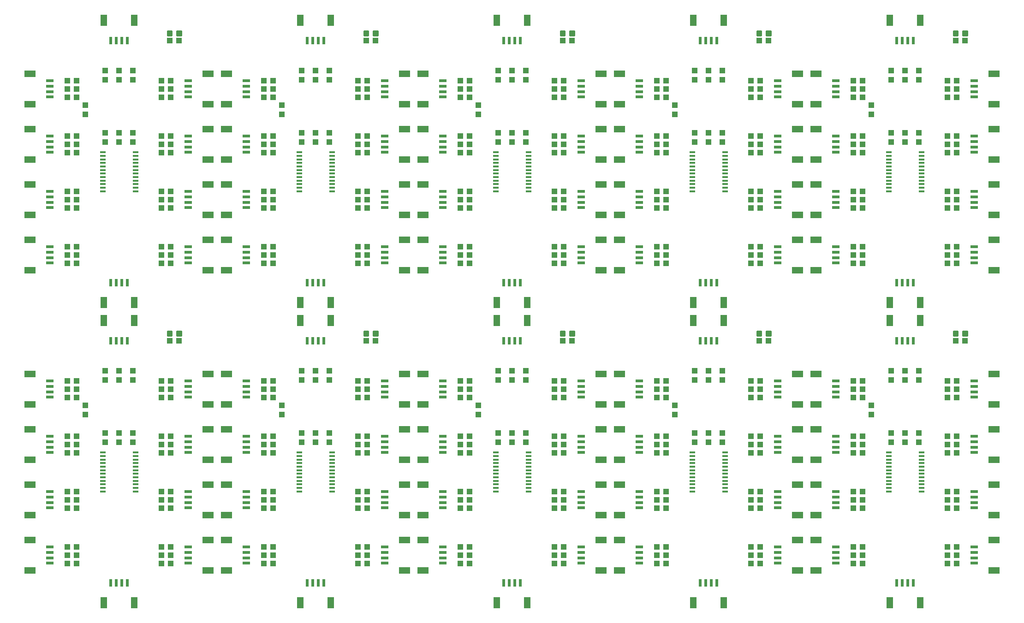
<source format=gtp>
G04 EAGLE Gerber RS-274X export*
G75*
%MOMM*%
%FSLAX34Y34*%
%LPD*%
%INSolderpaste Top*%
%IPPOS*%
%AMOC8*
5,1,8,0,0,1.08239X$1,22.5*%
G01*
%ADD10R,1.000000X1.100000*%
%ADD11R,2.000000X1.200000*%
%ADD12R,1.350000X0.600000*%
%ADD13R,1.000000X0.300000*%
%ADD14R,1.100000X1.000000*%
%ADD15R,1.200000X2.000000*%
%ADD16R,0.600000X1.350000*%
%ADD17C,0.300000*%


D10*
X177801Y325992D03*
X177801Y308992D03*
X203201Y325992D03*
X203201Y308992D03*
D11*
X14051Y434392D03*
X14051Y378392D03*
D12*
X50801Y421392D03*
X50801Y411392D03*
X50801Y401392D03*
X50801Y391392D03*
D11*
X14051Y332792D03*
X14051Y276792D03*
D12*
X50801Y319792D03*
X50801Y309792D03*
X50801Y299792D03*
X50801Y289792D03*
D11*
X14051Y231192D03*
X14051Y175192D03*
D12*
X50801Y218192D03*
X50801Y208192D03*
X50801Y198192D03*
X50801Y188192D03*
D11*
X14051Y129592D03*
X14051Y73592D03*
D12*
X50801Y116592D03*
X50801Y106592D03*
X50801Y96592D03*
X50801Y86592D03*
D13*
X147801Y289692D03*
X147801Y283242D03*
X147801Y276742D03*
X147801Y270242D03*
X147801Y263742D03*
X147801Y257242D03*
X147801Y250742D03*
X147801Y244242D03*
X147801Y237742D03*
X147801Y231242D03*
X147801Y224742D03*
X147801Y218242D03*
X207801Y218242D03*
X207801Y224742D03*
X207801Y231242D03*
X207801Y237742D03*
X207801Y244242D03*
X207801Y250742D03*
X207801Y257242D03*
X207801Y263742D03*
X207801Y270242D03*
X207801Y276742D03*
X207801Y283242D03*
X207801Y289742D03*
D14*
X99941Y421632D03*
X82941Y421632D03*
X99941Y406392D03*
X82941Y406392D03*
X99941Y320032D03*
X82941Y320032D03*
X99941Y304792D03*
X82941Y304792D03*
X99941Y218432D03*
X82941Y218432D03*
X99941Y203192D03*
X82941Y203192D03*
X99941Y116832D03*
X82941Y116832D03*
X99941Y101592D03*
X82941Y101592D03*
D11*
X341542Y73599D03*
X341542Y129599D03*
D12*
X304792Y86599D03*
X304792Y96599D03*
X304792Y106599D03*
X304792Y116599D03*
D11*
X341542Y175199D03*
X341542Y231199D03*
D12*
X304792Y188199D03*
X304792Y198199D03*
X304792Y208199D03*
X304792Y218199D03*
D11*
X341542Y276799D03*
X341542Y332799D03*
D12*
X304792Y289799D03*
X304792Y299799D03*
X304792Y309799D03*
X304792Y319799D03*
D11*
X341542Y378399D03*
X341542Y434399D03*
D12*
X304792Y391399D03*
X304792Y401399D03*
X304792Y411399D03*
X304792Y421399D03*
D14*
X255659Y101608D03*
X272659Y101608D03*
X255659Y116848D03*
X272659Y116848D03*
X255659Y203208D03*
X272659Y203208D03*
X255659Y218448D03*
X272659Y218448D03*
X255659Y304808D03*
X272659Y304808D03*
X255659Y320048D03*
X272659Y320048D03*
X255659Y406408D03*
X272659Y406408D03*
X255659Y421648D03*
X272659Y421648D03*
D10*
X152401Y440292D03*
X152401Y423292D03*
X177801Y440292D03*
X177801Y423292D03*
X203201Y440292D03*
X203201Y423292D03*
X152401Y308992D03*
X152401Y325992D03*
D14*
X99941Y391152D03*
X82941Y391152D03*
X99941Y289552D03*
X82941Y289552D03*
X99941Y187952D03*
X82941Y187952D03*
X99941Y86352D03*
X82941Y86352D03*
D10*
X115571Y376792D03*
X115571Y359792D03*
D15*
X205800Y532050D03*
X149800Y532050D03*
D16*
X192800Y495300D03*
X182800Y495300D03*
X172800Y495300D03*
X162800Y495300D03*
D14*
X255660Y86360D03*
X272660Y86360D03*
X255660Y187960D03*
X272660Y187960D03*
X255660Y289560D03*
X272660Y289560D03*
X255660Y391160D03*
X272660Y391160D03*
D17*
X284670Y504500D02*
X284670Y511500D01*
X291670Y511500D01*
X291670Y504500D01*
X284670Y504500D01*
X284670Y507350D02*
X291670Y507350D01*
X291670Y510200D02*
X284670Y510200D01*
X267130Y511500D02*
X267130Y504500D01*
X267130Y511500D02*
X274130Y511500D01*
X274130Y504500D01*
X267130Y504500D01*
X267130Y507350D02*
X274130Y507350D01*
X274130Y510200D02*
X267130Y510200D01*
D14*
X270900Y495300D03*
X287900Y495300D03*
D15*
X149800Y14050D03*
X205800Y14050D03*
D16*
X162800Y50800D03*
X172800Y50800D03*
X182800Y50800D03*
X192800Y50800D03*
D10*
X538481Y325992D03*
X538481Y308992D03*
X563881Y325992D03*
X563881Y308992D03*
D11*
X374731Y434392D03*
X374731Y378392D03*
D12*
X411481Y421392D03*
X411481Y411392D03*
X411481Y401392D03*
X411481Y391392D03*
D11*
X374731Y332792D03*
X374731Y276792D03*
D12*
X411481Y319792D03*
X411481Y309792D03*
X411481Y299792D03*
X411481Y289792D03*
D11*
X374731Y231192D03*
X374731Y175192D03*
D12*
X411481Y218192D03*
X411481Y208192D03*
X411481Y198192D03*
X411481Y188192D03*
D11*
X374731Y129592D03*
X374731Y73592D03*
D12*
X411481Y116592D03*
X411481Y106592D03*
X411481Y96592D03*
X411481Y86592D03*
D13*
X508481Y289692D03*
X508481Y283242D03*
X508481Y276742D03*
X508481Y270242D03*
X508481Y263742D03*
X508481Y257242D03*
X508481Y250742D03*
X508481Y244242D03*
X508481Y237742D03*
X508481Y231242D03*
X508481Y224742D03*
X508481Y218242D03*
X568481Y218242D03*
X568481Y224742D03*
X568481Y231242D03*
X568481Y237742D03*
X568481Y244242D03*
X568481Y250742D03*
X568481Y257242D03*
X568481Y263742D03*
X568481Y270242D03*
X568481Y276742D03*
X568481Y283242D03*
X568481Y289742D03*
D14*
X460621Y421632D03*
X443621Y421632D03*
X460621Y406392D03*
X443621Y406392D03*
X460621Y320032D03*
X443621Y320032D03*
X460621Y304792D03*
X443621Y304792D03*
X460621Y218432D03*
X443621Y218432D03*
X460621Y203192D03*
X443621Y203192D03*
X460621Y116832D03*
X443621Y116832D03*
X460621Y101592D03*
X443621Y101592D03*
D11*
X702222Y73599D03*
X702222Y129599D03*
D12*
X665472Y86599D03*
X665472Y96599D03*
X665472Y106599D03*
X665472Y116599D03*
D11*
X702222Y175199D03*
X702222Y231199D03*
D12*
X665472Y188199D03*
X665472Y198199D03*
X665472Y208199D03*
X665472Y218199D03*
D11*
X702222Y276799D03*
X702222Y332799D03*
D12*
X665472Y289799D03*
X665472Y299799D03*
X665472Y309799D03*
X665472Y319799D03*
D11*
X702222Y378399D03*
X702222Y434399D03*
D12*
X665472Y391399D03*
X665472Y401399D03*
X665472Y411399D03*
X665472Y421399D03*
D14*
X616339Y101608D03*
X633339Y101608D03*
X616339Y116848D03*
X633339Y116848D03*
X616339Y203208D03*
X633339Y203208D03*
X616339Y218448D03*
X633339Y218448D03*
X616339Y304808D03*
X633339Y304808D03*
X616339Y320048D03*
X633339Y320048D03*
X616339Y406408D03*
X633339Y406408D03*
X616339Y421648D03*
X633339Y421648D03*
D10*
X513081Y440292D03*
X513081Y423292D03*
X538481Y440292D03*
X538481Y423292D03*
X563881Y440292D03*
X563881Y423292D03*
X513081Y308992D03*
X513081Y325992D03*
D14*
X460621Y391152D03*
X443621Y391152D03*
X460621Y289552D03*
X443621Y289552D03*
X460621Y187952D03*
X443621Y187952D03*
X460621Y86352D03*
X443621Y86352D03*
D10*
X476251Y376792D03*
X476251Y359792D03*
D15*
X566480Y532050D03*
X510480Y532050D03*
D16*
X553480Y495300D03*
X543480Y495300D03*
X533480Y495300D03*
X523480Y495300D03*
D14*
X616340Y86360D03*
X633340Y86360D03*
X616340Y187960D03*
X633340Y187960D03*
X616340Y289560D03*
X633340Y289560D03*
X616340Y391160D03*
X633340Y391160D03*
D17*
X645350Y504500D02*
X645350Y511500D01*
X652350Y511500D01*
X652350Y504500D01*
X645350Y504500D01*
X645350Y507350D02*
X652350Y507350D01*
X652350Y510200D02*
X645350Y510200D01*
X627810Y511500D02*
X627810Y504500D01*
X627810Y511500D02*
X634810Y511500D01*
X634810Y504500D01*
X627810Y504500D01*
X627810Y507350D02*
X634810Y507350D01*
X634810Y510200D02*
X627810Y510200D01*
D14*
X631580Y495300D03*
X648580Y495300D03*
D15*
X510480Y14050D03*
X566480Y14050D03*
D16*
X523480Y50800D03*
X533480Y50800D03*
X543480Y50800D03*
X553480Y50800D03*
D10*
X899161Y325992D03*
X899161Y308992D03*
X924561Y325992D03*
X924561Y308992D03*
D11*
X735411Y434392D03*
X735411Y378392D03*
D12*
X772161Y421392D03*
X772161Y411392D03*
X772161Y401392D03*
X772161Y391392D03*
D11*
X735411Y332792D03*
X735411Y276792D03*
D12*
X772161Y319792D03*
X772161Y309792D03*
X772161Y299792D03*
X772161Y289792D03*
D11*
X735411Y231192D03*
X735411Y175192D03*
D12*
X772161Y218192D03*
X772161Y208192D03*
X772161Y198192D03*
X772161Y188192D03*
D11*
X735411Y129592D03*
X735411Y73592D03*
D12*
X772161Y116592D03*
X772161Y106592D03*
X772161Y96592D03*
X772161Y86592D03*
D13*
X869161Y289692D03*
X869161Y283242D03*
X869161Y276742D03*
X869161Y270242D03*
X869161Y263742D03*
X869161Y257242D03*
X869161Y250742D03*
X869161Y244242D03*
X869161Y237742D03*
X869161Y231242D03*
X869161Y224742D03*
X869161Y218242D03*
X929161Y218242D03*
X929161Y224742D03*
X929161Y231242D03*
X929161Y237742D03*
X929161Y244242D03*
X929161Y250742D03*
X929161Y257242D03*
X929161Y263742D03*
X929161Y270242D03*
X929161Y276742D03*
X929161Y283242D03*
X929161Y289742D03*
D14*
X821301Y421632D03*
X804301Y421632D03*
X821301Y406392D03*
X804301Y406392D03*
X821301Y320032D03*
X804301Y320032D03*
X821301Y304792D03*
X804301Y304792D03*
X821301Y218432D03*
X804301Y218432D03*
X821301Y203192D03*
X804301Y203192D03*
X821301Y116832D03*
X804301Y116832D03*
X821301Y101592D03*
X804301Y101592D03*
D11*
X1062902Y73599D03*
X1062902Y129599D03*
D12*
X1026152Y86599D03*
X1026152Y96599D03*
X1026152Y106599D03*
X1026152Y116599D03*
D11*
X1062902Y175199D03*
X1062902Y231199D03*
D12*
X1026152Y188199D03*
X1026152Y198199D03*
X1026152Y208199D03*
X1026152Y218199D03*
D11*
X1062902Y276799D03*
X1062902Y332799D03*
D12*
X1026152Y289799D03*
X1026152Y299799D03*
X1026152Y309799D03*
X1026152Y319799D03*
D11*
X1062902Y378399D03*
X1062902Y434399D03*
D12*
X1026152Y391399D03*
X1026152Y401399D03*
X1026152Y411399D03*
X1026152Y421399D03*
D14*
X977019Y101608D03*
X994019Y101608D03*
X977019Y116848D03*
X994019Y116848D03*
X977019Y203208D03*
X994019Y203208D03*
X977019Y218448D03*
X994019Y218448D03*
X977019Y304808D03*
X994019Y304808D03*
X977019Y320048D03*
X994019Y320048D03*
X977019Y406408D03*
X994019Y406408D03*
X977019Y421648D03*
X994019Y421648D03*
D10*
X873761Y440292D03*
X873761Y423292D03*
X899161Y440292D03*
X899161Y423292D03*
X924561Y440292D03*
X924561Y423292D03*
X873761Y308992D03*
X873761Y325992D03*
D14*
X821301Y391152D03*
X804301Y391152D03*
X821301Y289552D03*
X804301Y289552D03*
X821301Y187952D03*
X804301Y187952D03*
X821301Y86352D03*
X804301Y86352D03*
D10*
X836931Y376792D03*
X836931Y359792D03*
D15*
X927160Y532050D03*
X871160Y532050D03*
D16*
X914160Y495300D03*
X904160Y495300D03*
X894160Y495300D03*
X884160Y495300D03*
D14*
X977020Y86360D03*
X994020Y86360D03*
X977020Y187960D03*
X994020Y187960D03*
X977020Y289560D03*
X994020Y289560D03*
X977020Y391160D03*
X994020Y391160D03*
D17*
X1006030Y504500D02*
X1006030Y511500D01*
X1013030Y511500D01*
X1013030Y504500D01*
X1006030Y504500D01*
X1006030Y507350D02*
X1013030Y507350D01*
X1013030Y510200D02*
X1006030Y510200D01*
X988490Y511500D02*
X988490Y504500D01*
X988490Y511500D02*
X995490Y511500D01*
X995490Y504500D01*
X988490Y504500D01*
X988490Y507350D02*
X995490Y507350D01*
X995490Y510200D02*
X988490Y510200D01*
D14*
X992260Y495300D03*
X1009260Y495300D03*
D15*
X871160Y14050D03*
X927160Y14050D03*
D16*
X884160Y50800D03*
X894160Y50800D03*
X904160Y50800D03*
X914160Y50800D03*
D10*
X1259841Y325992D03*
X1259841Y308992D03*
X1285241Y325992D03*
X1285241Y308992D03*
D11*
X1096091Y434392D03*
X1096091Y378392D03*
D12*
X1132841Y421392D03*
X1132841Y411392D03*
X1132841Y401392D03*
X1132841Y391392D03*
D11*
X1096091Y332792D03*
X1096091Y276792D03*
D12*
X1132841Y319792D03*
X1132841Y309792D03*
X1132841Y299792D03*
X1132841Y289792D03*
D11*
X1096091Y231192D03*
X1096091Y175192D03*
D12*
X1132841Y218192D03*
X1132841Y208192D03*
X1132841Y198192D03*
X1132841Y188192D03*
D11*
X1096091Y129592D03*
X1096091Y73592D03*
D12*
X1132841Y116592D03*
X1132841Y106592D03*
X1132841Y96592D03*
X1132841Y86592D03*
D13*
X1229841Y289692D03*
X1229841Y283242D03*
X1229841Y276742D03*
X1229841Y270242D03*
X1229841Y263742D03*
X1229841Y257242D03*
X1229841Y250742D03*
X1229841Y244242D03*
X1229841Y237742D03*
X1229841Y231242D03*
X1229841Y224742D03*
X1229841Y218242D03*
X1289841Y218242D03*
X1289841Y224742D03*
X1289841Y231242D03*
X1289841Y237742D03*
X1289841Y244242D03*
X1289841Y250742D03*
X1289841Y257242D03*
X1289841Y263742D03*
X1289841Y270242D03*
X1289841Y276742D03*
X1289841Y283242D03*
X1289841Y289742D03*
D14*
X1181981Y421632D03*
X1164981Y421632D03*
X1181981Y406392D03*
X1164981Y406392D03*
X1181981Y320032D03*
X1164981Y320032D03*
X1181981Y304792D03*
X1164981Y304792D03*
X1181981Y218432D03*
X1164981Y218432D03*
X1181981Y203192D03*
X1164981Y203192D03*
X1181981Y116832D03*
X1164981Y116832D03*
X1181981Y101592D03*
X1164981Y101592D03*
D11*
X1423582Y73599D03*
X1423582Y129599D03*
D12*
X1386832Y86599D03*
X1386832Y96599D03*
X1386832Y106599D03*
X1386832Y116599D03*
D11*
X1423582Y175199D03*
X1423582Y231199D03*
D12*
X1386832Y188199D03*
X1386832Y198199D03*
X1386832Y208199D03*
X1386832Y218199D03*
D11*
X1423582Y276799D03*
X1423582Y332799D03*
D12*
X1386832Y289799D03*
X1386832Y299799D03*
X1386832Y309799D03*
X1386832Y319799D03*
D11*
X1423582Y378399D03*
X1423582Y434399D03*
D12*
X1386832Y391399D03*
X1386832Y401399D03*
X1386832Y411399D03*
X1386832Y421399D03*
D14*
X1337699Y101608D03*
X1354699Y101608D03*
X1337699Y116848D03*
X1354699Y116848D03*
X1337699Y203208D03*
X1354699Y203208D03*
X1337699Y218448D03*
X1354699Y218448D03*
X1337699Y304808D03*
X1354699Y304808D03*
X1337699Y320048D03*
X1354699Y320048D03*
X1337699Y406408D03*
X1354699Y406408D03*
X1337699Y421648D03*
X1354699Y421648D03*
D10*
X1234441Y440292D03*
X1234441Y423292D03*
X1259841Y440292D03*
X1259841Y423292D03*
X1285241Y440292D03*
X1285241Y423292D03*
X1234441Y308992D03*
X1234441Y325992D03*
D14*
X1181981Y391152D03*
X1164981Y391152D03*
X1181981Y289552D03*
X1164981Y289552D03*
X1181981Y187952D03*
X1164981Y187952D03*
X1181981Y86352D03*
X1164981Y86352D03*
D10*
X1197611Y376792D03*
X1197611Y359792D03*
D15*
X1287840Y532050D03*
X1231840Y532050D03*
D16*
X1274840Y495300D03*
X1264840Y495300D03*
X1254840Y495300D03*
X1244840Y495300D03*
D14*
X1337700Y86360D03*
X1354700Y86360D03*
X1337700Y187960D03*
X1354700Y187960D03*
X1337700Y289560D03*
X1354700Y289560D03*
X1337700Y391160D03*
X1354700Y391160D03*
D17*
X1366710Y504500D02*
X1366710Y511500D01*
X1373710Y511500D01*
X1373710Y504500D01*
X1366710Y504500D01*
X1366710Y507350D02*
X1373710Y507350D01*
X1373710Y510200D02*
X1366710Y510200D01*
X1349170Y511500D02*
X1349170Y504500D01*
X1349170Y511500D02*
X1356170Y511500D01*
X1356170Y504500D01*
X1349170Y504500D01*
X1349170Y507350D02*
X1356170Y507350D01*
X1356170Y510200D02*
X1349170Y510200D01*
D14*
X1352940Y495300D03*
X1369940Y495300D03*
D15*
X1231840Y14050D03*
X1287840Y14050D03*
D16*
X1244840Y50800D03*
X1254840Y50800D03*
X1264840Y50800D03*
X1274840Y50800D03*
D10*
X1620521Y325992D03*
X1620521Y308992D03*
X1645921Y325992D03*
X1645921Y308992D03*
D11*
X1456771Y434392D03*
X1456771Y378392D03*
D12*
X1493521Y421392D03*
X1493521Y411392D03*
X1493521Y401392D03*
X1493521Y391392D03*
D11*
X1456771Y332792D03*
X1456771Y276792D03*
D12*
X1493521Y319792D03*
X1493521Y309792D03*
X1493521Y299792D03*
X1493521Y289792D03*
D11*
X1456771Y231192D03*
X1456771Y175192D03*
D12*
X1493521Y218192D03*
X1493521Y208192D03*
X1493521Y198192D03*
X1493521Y188192D03*
D11*
X1456771Y129592D03*
X1456771Y73592D03*
D12*
X1493521Y116592D03*
X1493521Y106592D03*
X1493521Y96592D03*
X1493521Y86592D03*
D13*
X1590521Y289692D03*
X1590521Y283242D03*
X1590521Y276742D03*
X1590521Y270242D03*
X1590521Y263742D03*
X1590521Y257242D03*
X1590521Y250742D03*
X1590521Y244242D03*
X1590521Y237742D03*
X1590521Y231242D03*
X1590521Y224742D03*
X1590521Y218242D03*
X1650521Y218242D03*
X1650521Y224742D03*
X1650521Y231242D03*
X1650521Y237742D03*
X1650521Y244242D03*
X1650521Y250742D03*
X1650521Y257242D03*
X1650521Y263742D03*
X1650521Y270242D03*
X1650521Y276742D03*
X1650521Y283242D03*
X1650521Y289742D03*
D14*
X1542661Y421632D03*
X1525661Y421632D03*
X1542661Y406392D03*
X1525661Y406392D03*
X1542661Y320032D03*
X1525661Y320032D03*
X1542661Y304792D03*
X1525661Y304792D03*
X1542661Y218432D03*
X1525661Y218432D03*
X1542661Y203192D03*
X1525661Y203192D03*
X1542661Y116832D03*
X1525661Y116832D03*
X1542661Y101592D03*
X1525661Y101592D03*
D11*
X1784262Y73599D03*
X1784262Y129599D03*
D12*
X1747512Y86599D03*
X1747512Y96599D03*
X1747512Y106599D03*
X1747512Y116599D03*
D11*
X1784262Y175199D03*
X1784262Y231199D03*
D12*
X1747512Y188199D03*
X1747512Y198199D03*
X1747512Y208199D03*
X1747512Y218199D03*
D11*
X1784262Y276799D03*
X1784262Y332799D03*
D12*
X1747512Y289799D03*
X1747512Y299799D03*
X1747512Y309799D03*
X1747512Y319799D03*
D11*
X1784262Y378399D03*
X1784262Y434399D03*
D12*
X1747512Y391399D03*
X1747512Y401399D03*
X1747512Y411399D03*
X1747512Y421399D03*
D14*
X1698379Y101608D03*
X1715379Y101608D03*
X1698379Y116848D03*
X1715379Y116848D03*
X1698379Y203208D03*
X1715379Y203208D03*
X1698379Y218448D03*
X1715379Y218448D03*
X1698379Y304808D03*
X1715379Y304808D03*
X1698379Y320048D03*
X1715379Y320048D03*
X1698379Y406408D03*
X1715379Y406408D03*
X1698379Y421648D03*
X1715379Y421648D03*
D10*
X1595121Y440292D03*
X1595121Y423292D03*
X1620521Y440292D03*
X1620521Y423292D03*
X1645921Y440292D03*
X1645921Y423292D03*
X1595121Y308992D03*
X1595121Y325992D03*
D14*
X1542661Y391152D03*
X1525661Y391152D03*
X1542661Y289552D03*
X1525661Y289552D03*
X1542661Y187952D03*
X1525661Y187952D03*
X1542661Y86352D03*
X1525661Y86352D03*
D10*
X1558291Y376792D03*
X1558291Y359792D03*
D15*
X1648520Y532050D03*
X1592520Y532050D03*
D16*
X1635520Y495300D03*
X1625520Y495300D03*
X1615520Y495300D03*
X1605520Y495300D03*
D14*
X1698380Y86360D03*
X1715380Y86360D03*
X1698380Y187960D03*
X1715380Y187960D03*
X1698380Y289560D03*
X1715380Y289560D03*
X1698380Y391160D03*
X1715380Y391160D03*
D17*
X1727390Y504500D02*
X1727390Y511500D01*
X1734390Y511500D01*
X1734390Y504500D01*
X1727390Y504500D01*
X1727390Y507350D02*
X1734390Y507350D01*
X1734390Y510200D02*
X1727390Y510200D01*
X1709850Y511500D02*
X1709850Y504500D01*
X1709850Y511500D02*
X1716850Y511500D01*
X1716850Y504500D01*
X1709850Y504500D01*
X1709850Y507350D02*
X1716850Y507350D01*
X1716850Y510200D02*
X1709850Y510200D01*
D14*
X1713620Y495300D03*
X1730620Y495300D03*
D15*
X1592520Y14050D03*
X1648520Y14050D03*
D16*
X1605520Y50800D03*
X1615520Y50800D03*
X1625520Y50800D03*
X1635520Y50800D03*
D10*
X177801Y877172D03*
X177801Y860172D03*
X203201Y877172D03*
X203201Y860172D03*
D11*
X14051Y985572D03*
X14051Y929572D03*
D12*
X50801Y972572D03*
X50801Y962572D03*
X50801Y952572D03*
X50801Y942572D03*
D11*
X14051Y883972D03*
X14051Y827972D03*
D12*
X50801Y870972D03*
X50801Y860972D03*
X50801Y850972D03*
X50801Y840972D03*
D11*
X14051Y782372D03*
X14051Y726372D03*
D12*
X50801Y769372D03*
X50801Y759372D03*
X50801Y749372D03*
X50801Y739372D03*
D11*
X14051Y680772D03*
X14051Y624772D03*
D12*
X50801Y667772D03*
X50801Y657772D03*
X50801Y647772D03*
X50801Y637772D03*
D13*
X147801Y840872D03*
X147801Y834422D03*
X147801Y827922D03*
X147801Y821422D03*
X147801Y814922D03*
X147801Y808422D03*
X147801Y801922D03*
X147801Y795422D03*
X147801Y788922D03*
X147801Y782422D03*
X147801Y775922D03*
X147801Y769422D03*
X207801Y769422D03*
X207801Y775922D03*
X207801Y782422D03*
X207801Y788922D03*
X207801Y795422D03*
X207801Y801922D03*
X207801Y808422D03*
X207801Y814922D03*
X207801Y821422D03*
X207801Y827922D03*
X207801Y834422D03*
X207801Y840922D03*
D14*
X99941Y972812D03*
X82941Y972812D03*
X99941Y957572D03*
X82941Y957572D03*
X99941Y871212D03*
X82941Y871212D03*
X99941Y855972D03*
X82941Y855972D03*
X99941Y769612D03*
X82941Y769612D03*
X99941Y754372D03*
X82941Y754372D03*
X99941Y668012D03*
X82941Y668012D03*
X99941Y652772D03*
X82941Y652772D03*
D11*
X341542Y624779D03*
X341542Y680779D03*
D12*
X304792Y637779D03*
X304792Y647779D03*
X304792Y657779D03*
X304792Y667779D03*
D11*
X341542Y726379D03*
X341542Y782379D03*
D12*
X304792Y739379D03*
X304792Y749379D03*
X304792Y759379D03*
X304792Y769379D03*
D11*
X341542Y827979D03*
X341542Y883979D03*
D12*
X304792Y840979D03*
X304792Y850979D03*
X304792Y860979D03*
X304792Y870979D03*
D11*
X341542Y929579D03*
X341542Y985579D03*
D12*
X304792Y942579D03*
X304792Y952579D03*
X304792Y962579D03*
X304792Y972579D03*
D14*
X255659Y652788D03*
X272659Y652788D03*
X255659Y668028D03*
X272659Y668028D03*
X255659Y754388D03*
X272659Y754388D03*
X255659Y769628D03*
X272659Y769628D03*
X255659Y855988D03*
X272659Y855988D03*
X255659Y871228D03*
X272659Y871228D03*
X255659Y957588D03*
X272659Y957588D03*
X255659Y972828D03*
X272659Y972828D03*
D10*
X152401Y991472D03*
X152401Y974472D03*
X177801Y991472D03*
X177801Y974472D03*
X203201Y991472D03*
X203201Y974472D03*
X152401Y860172D03*
X152401Y877172D03*
D14*
X99941Y942332D03*
X82941Y942332D03*
X99941Y840732D03*
X82941Y840732D03*
X99941Y739132D03*
X82941Y739132D03*
X99941Y637532D03*
X82941Y637532D03*
D10*
X115571Y927972D03*
X115571Y910972D03*
D15*
X205800Y1083230D03*
X149800Y1083230D03*
D16*
X192800Y1046480D03*
X182800Y1046480D03*
X172800Y1046480D03*
X162800Y1046480D03*
D14*
X255660Y637540D03*
X272660Y637540D03*
X255660Y739140D03*
X272660Y739140D03*
X255660Y840740D03*
X272660Y840740D03*
X255660Y942340D03*
X272660Y942340D03*
D17*
X284670Y1055680D02*
X284670Y1062680D01*
X291670Y1062680D01*
X291670Y1055680D01*
X284670Y1055680D01*
X284670Y1058530D02*
X291670Y1058530D01*
X291670Y1061380D02*
X284670Y1061380D01*
X267130Y1062680D02*
X267130Y1055680D01*
X267130Y1062680D02*
X274130Y1062680D01*
X274130Y1055680D01*
X267130Y1055680D01*
X267130Y1058530D02*
X274130Y1058530D01*
X274130Y1061380D02*
X267130Y1061380D01*
D14*
X270900Y1046480D03*
X287900Y1046480D03*
D15*
X149800Y565230D03*
X205800Y565230D03*
D16*
X162800Y601980D03*
X172800Y601980D03*
X182800Y601980D03*
X192800Y601980D03*
D10*
X538481Y877172D03*
X538481Y860172D03*
X563881Y877172D03*
X563881Y860172D03*
D11*
X374731Y985572D03*
X374731Y929572D03*
D12*
X411481Y972572D03*
X411481Y962572D03*
X411481Y952572D03*
X411481Y942572D03*
D11*
X374731Y883972D03*
X374731Y827972D03*
D12*
X411481Y870972D03*
X411481Y860972D03*
X411481Y850972D03*
X411481Y840972D03*
D11*
X374731Y782372D03*
X374731Y726372D03*
D12*
X411481Y769372D03*
X411481Y759372D03*
X411481Y749372D03*
X411481Y739372D03*
D11*
X374731Y680772D03*
X374731Y624772D03*
D12*
X411481Y667772D03*
X411481Y657772D03*
X411481Y647772D03*
X411481Y637772D03*
D13*
X508481Y840872D03*
X508481Y834422D03*
X508481Y827922D03*
X508481Y821422D03*
X508481Y814922D03*
X508481Y808422D03*
X508481Y801922D03*
X508481Y795422D03*
X508481Y788922D03*
X508481Y782422D03*
X508481Y775922D03*
X508481Y769422D03*
X568481Y769422D03*
X568481Y775922D03*
X568481Y782422D03*
X568481Y788922D03*
X568481Y795422D03*
X568481Y801922D03*
X568481Y808422D03*
X568481Y814922D03*
X568481Y821422D03*
X568481Y827922D03*
X568481Y834422D03*
X568481Y840922D03*
D14*
X460621Y972812D03*
X443621Y972812D03*
X460621Y957572D03*
X443621Y957572D03*
X460621Y871212D03*
X443621Y871212D03*
X460621Y855972D03*
X443621Y855972D03*
X460621Y769612D03*
X443621Y769612D03*
X460621Y754372D03*
X443621Y754372D03*
X460621Y668012D03*
X443621Y668012D03*
X460621Y652772D03*
X443621Y652772D03*
D11*
X702222Y624779D03*
X702222Y680779D03*
D12*
X665472Y637779D03*
X665472Y647779D03*
X665472Y657779D03*
X665472Y667779D03*
D11*
X702222Y726379D03*
X702222Y782379D03*
D12*
X665472Y739379D03*
X665472Y749379D03*
X665472Y759379D03*
X665472Y769379D03*
D11*
X702222Y827979D03*
X702222Y883979D03*
D12*
X665472Y840979D03*
X665472Y850979D03*
X665472Y860979D03*
X665472Y870979D03*
D11*
X702222Y929579D03*
X702222Y985579D03*
D12*
X665472Y942579D03*
X665472Y952579D03*
X665472Y962579D03*
X665472Y972579D03*
D14*
X616339Y652788D03*
X633339Y652788D03*
X616339Y668028D03*
X633339Y668028D03*
X616339Y754388D03*
X633339Y754388D03*
X616339Y769628D03*
X633339Y769628D03*
X616339Y855988D03*
X633339Y855988D03*
X616339Y871228D03*
X633339Y871228D03*
X616339Y957588D03*
X633339Y957588D03*
X616339Y972828D03*
X633339Y972828D03*
D10*
X513081Y991472D03*
X513081Y974472D03*
X538481Y991472D03*
X538481Y974472D03*
X563881Y991472D03*
X563881Y974472D03*
X513081Y860172D03*
X513081Y877172D03*
D14*
X460621Y942332D03*
X443621Y942332D03*
X460621Y840732D03*
X443621Y840732D03*
X460621Y739132D03*
X443621Y739132D03*
X460621Y637532D03*
X443621Y637532D03*
D10*
X476251Y927972D03*
X476251Y910972D03*
D15*
X566480Y1083230D03*
X510480Y1083230D03*
D16*
X553480Y1046480D03*
X543480Y1046480D03*
X533480Y1046480D03*
X523480Y1046480D03*
D14*
X616340Y637540D03*
X633340Y637540D03*
X616340Y739140D03*
X633340Y739140D03*
X616340Y840740D03*
X633340Y840740D03*
X616340Y942340D03*
X633340Y942340D03*
D17*
X645350Y1055680D02*
X645350Y1062680D01*
X652350Y1062680D01*
X652350Y1055680D01*
X645350Y1055680D01*
X645350Y1058530D02*
X652350Y1058530D01*
X652350Y1061380D02*
X645350Y1061380D01*
X627810Y1062680D02*
X627810Y1055680D01*
X627810Y1062680D02*
X634810Y1062680D01*
X634810Y1055680D01*
X627810Y1055680D01*
X627810Y1058530D02*
X634810Y1058530D01*
X634810Y1061380D02*
X627810Y1061380D01*
D14*
X631580Y1046480D03*
X648580Y1046480D03*
D15*
X510480Y565230D03*
X566480Y565230D03*
D16*
X523480Y601980D03*
X533480Y601980D03*
X543480Y601980D03*
X553480Y601980D03*
D10*
X899161Y877172D03*
X899161Y860172D03*
X924561Y877172D03*
X924561Y860172D03*
D11*
X735411Y985572D03*
X735411Y929572D03*
D12*
X772161Y972572D03*
X772161Y962572D03*
X772161Y952572D03*
X772161Y942572D03*
D11*
X735411Y883972D03*
X735411Y827972D03*
D12*
X772161Y870972D03*
X772161Y860972D03*
X772161Y850972D03*
X772161Y840972D03*
D11*
X735411Y782372D03*
X735411Y726372D03*
D12*
X772161Y769372D03*
X772161Y759372D03*
X772161Y749372D03*
X772161Y739372D03*
D11*
X735411Y680772D03*
X735411Y624772D03*
D12*
X772161Y667772D03*
X772161Y657772D03*
X772161Y647772D03*
X772161Y637772D03*
D13*
X869161Y840872D03*
X869161Y834422D03*
X869161Y827922D03*
X869161Y821422D03*
X869161Y814922D03*
X869161Y808422D03*
X869161Y801922D03*
X869161Y795422D03*
X869161Y788922D03*
X869161Y782422D03*
X869161Y775922D03*
X869161Y769422D03*
X929161Y769422D03*
X929161Y775922D03*
X929161Y782422D03*
X929161Y788922D03*
X929161Y795422D03*
X929161Y801922D03*
X929161Y808422D03*
X929161Y814922D03*
X929161Y821422D03*
X929161Y827922D03*
X929161Y834422D03*
X929161Y840922D03*
D14*
X821301Y972812D03*
X804301Y972812D03*
X821301Y957572D03*
X804301Y957572D03*
X821301Y871212D03*
X804301Y871212D03*
X821301Y855972D03*
X804301Y855972D03*
X821301Y769612D03*
X804301Y769612D03*
X821301Y754372D03*
X804301Y754372D03*
X821301Y668012D03*
X804301Y668012D03*
X821301Y652772D03*
X804301Y652772D03*
D11*
X1062902Y624779D03*
X1062902Y680779D03*
D12*
X1026152Y637779D03*
X1026152Y647779D03*
X1026152Y657779D03*
X1026152Y667779D03*
D11*
X1062902Y726379D03*
X1062902Y782379D03*
D12*
X1026152Y739379D03*
X1026152Y749379D03*
X1026152Y759379D03*
X1026152Y769379D03*
D11*
X1062902Y827979D03*
X1062902Y883979D03*
D12*
X1026152Y840979D03*
X1026152Y850979D03*
X1026152Y860979D03*
X1026152Y870979D03*
D11*
X1062902Y929579D03*
X1062902Y985579D03*
D12*
X1026152Y942579D03*
X1026152Y952579D03*
X1026152Y962579D03*
X1026152Y972579D03*
D14*
X977019Y652788D03*
X994019Y652788D03*
X977019Y668028D03*
X994019Y668028D03*
X977019Y754388D03*
X994019Y754388D03*
X977019Y769628D03*
X994019Y769628D03*
X977019Y855988D03*
X994019Y855988D03*
X977019Y871228D03*
X994019Y871228D03*
X977019Y957588D03*
X994019Y957588D03*
X977019Y972828D03*
X994019Y972828D03*
D10*
X873761Y991472D03*
X873761Y974472D03*
X899161Y991472D03*
X899161Y974472D03*
X924561Y991472D03*
X924561Y974472D03*
X873761Y860172D03*
X873761Y877172D03*
D14*
X821301Y942332D03*
X804301Y942332D03*
X821301Y840732D03*
X804301Y840732D03*
X821301Y739132D03*
X804301Y739132D03*
X821301Y637532D03*
X804301Y637532D03*
D10*
X836931Y927972D03*
X836931Y910972D03*
D15*
X927160Y1083230D03*
X871160Y1083230D03*
D16*
X914160Y1046480D03*
X904160Y1046480D03*
X894160Y1046480D03*
X884160Y1046480D03*
D14*
X977020Y637540D03*
X994020Y637540D03*
X977020Y739140D03*
X994020Y739140D03*
X977020Y840740D03*
X994020Y840740D03*
X977020Y942340D03*
X994020Y942340D03*
D17*
X1006030Y1055680D02*
X1006030Y1062680D01*
X1013030Y1062680D01*
X1013030Y1055680D01*
X1006030Y1055680D01*
X1006030Y1058530D02*
X1013030Y1058530D01*
X1013030Y1061380D02*
X1006030Y1061380D01*
X988490Y1062680D02*
X988490Y1055680D01*
X988490Y1062680D02*
X995490Y1062680D01*
X995490Y1055680D01*
X988490Y1055680D01*
X988490Y1058530D02*
X995490Y1058530D01*
X995490Y1061380D02*
X988490Y1061380D01*
D14*
X992260Y1046480D03*
X1009260Y1046480D03*
D15*
X871160Y565230D03*
X927160Y565230D03*
D16*
X884160Y601980D03*
X894160Y601980D03*
X904160Y601980D03*
X914160Y601980D03*
D10*
X1259841Y877172D03*
X1259841Y860172D03*
X1285241Y877172D03*
X1285241Y860172D03*
D11*
X1096091Y985572D03*
X1096091Y929572D03*
D12*
X1132841Y972572D03*
X1132841Y962572D03*
X1132841Y952572D03*
X1132841Y942572D03*
D11*
X1096091Y883972D03*
X1096091Y827972D03*
D12*
X1132841Y870972D03*
X1132841Y860972D03*
X1132841Y850972D03*
X1132841Y840972D03*
D11*
X1096091Y782372D03*
X1096091Y726372D03*
D12*
X1132841Y769372D03*
X1132841Y759372D03*
X1132841Y749372D03*
X1132841Y739372D03*
D11*
X1096091Y680772D03*
X1096091Y624772D03*
D12*
X1132841Y667772D03*
X1132841Y657772D03*
X1132841Y647772D03*
X1132841Y637772D03*
D13*
X1229841Y840872D03*
X1229841Y834422D03*
X1229841Y827922D03*
X1229841Y821422D03*
X1229841Y814922D03*
X1229841Y808422D03*
X1229841Y801922D03*
X1229841Y795422D03*
X1229841Y788922D03*
X1229841Y782422D03*
X1229841Y775922D03*
X1229841Y769422D03*
X1289841Y769422D03*
X1289841Y775922D03*
X1289841Y782422D03*
X1289841Y788922D03*
X1289841Y795422D03*
X1289841Y801922D03*
X1289841Y808422D03*
X1289841Y814922D03*
X1289841Y821422D03*
X1289841Y827922D03*
X1289841Y834422D03*
X1289841Y840922D03*
D14*
X1181981Y972812D03*
X1164981Y972812D03*
X1181981Y957572D03*
X1164981Y957572D03*
X1181981Y871212D03*
X1164981Y871212D03*
X1181981Y855972D03*
X1164981Y855972D03*
X1181981Y769612D03*
X1164981Y769612D03*
X1181981Y754372D03*
X1164981Y754372D03*
X1181981Y668012D03*
X1164981Y668012D03*
X1181981Y652772D03*
X1164981Y652772D03*
D11*
X1423582Y624779D03*
X1423582Y680779D03*
D12*
X1386832Y637779D03*
X1386832Y647779D03*
X1386832Y657779D03*
X1386832Y667779D03*
D11*
X1423582Y726379D03*
X1423582Y782379D03*
D12*
X1386832Y739379D03*
X1386832Y749379D03*
X1386832Y759379D03*
X1386832Y769379D03*
D11*
X1423582Y827979D03*
X1423582Y883979D03*
D12*
X1386832Y840979D03*
X1386832Y850979D03*
X1386832Y860979D03*
X1386832Y870979D03*
D11*
X1423582Y929579D03*
X1423582Y985579D03*
D12*
X1386832Y942579D03*
X1386832Y952579D03*
X1386832Y962579D03*
X1386832Y972579D03*
D14*
X1337699Y652788D03*
X1354699Y652788D03*
X1337699Y668028D03*
X1354699Y668028D03*
X1337699Y754388D03*
X1354699Y754388D03*
X1337699Y769628D03*
X1354699Y769628D03*
X1337699Y855988D03*
X1354699Y855988D03*
X1337699Y871228D03*
X1354699Y871228D03*
X1337699Y957588D03*
X1354699Y957588D03*
X1337699Y972828D03*
X1354699Y972828D03*
D10*
X1234441Y991472D03*
X1234441Y974472D03*
X1259841Y991472D03*
X1259841Y974472D03*
X1285241Y991472D03*
X1285241Y974472D03*
X1234441Y860172D03*
X1234441Y877172D03*
D14*
X1181981Y942332D03*
X1164981Y942332D03*
X1181981Y840732D03*
X1164981Y840732D03*
X1181981Y739132D03*
X1164981Y739132D03*
X1181981Y637532D03*
X1164981Y637532D03*
D10*
X1197611Y927972D03*
X1197611Y910972D03*
D15*
X1287840Y1083230D03*
X1231840Y1083230D03*
D16*
X1274840Y1046480D03*
X1264840Y1046480D03*
X1254840Y1046480D03*
X1244840Y1046480D03*
D14*
X1337700Y637540D03*
X1354700Y637540D03*
X1337700Y739140D03*
X1354700Y739140D03*
X1337700Y840740D03*
X1354700Y840740D03*
X1337700Y942340D03*
X1354700Y942340D03*
D17*
X1366710Y1055680D02*
X1366710Y1062680D01*
X1373710Y1062680D01*
X1373710Y1055680D01*
X1366710Y1055680D01*
X1366710Y1058530D02*
X1373710Y1058530D01*
X1373710Y1061380D02*
X1366710Y1061380D01*
X1349170Y1062680D02*
X1349170Y1055680D01*
X1349170Y1062680D02*
X1356170Y1062680D01*
X1356170Y1055680D01*
X1349170Y1055680D01*
X1349170Y1058530D02*
X1356170Y1058530D01*
X1356170Y1061380D02*
X1349170Y1061380D01*
D14*
X1352940Y1046480D03*
X1369940Y1046480D03*
D15*
X1231840Y565230D03*
X1287840Y565230D03*
D16*
X1244840Y601980D03*
X1254840Y601980D03*
X1264840Y601980D03*
X1274840Y601980D03*
D10*
X1620521Y877172D03*
X1620521Y860172D03*
X1645921Y877172D03*
X1645921Y860172D03*
D11*
X1456771Y985572D03*
X1456771Y929572D03*
D12*
X1493521Y972572D03*
X1493521Y962572D03*
X1493521Y952572D03*
X1493521Y942572D03*
D11*
X1456771Y883972D03*
X1456771Y827972D03*
D12*
X1493521Y870972D03*
X1493521Y860972D03*
X1493521Y850972D03*
X1493521Y840972D03*
D11*
X1456771Y782372D03*
X1456771Y726372D03*
D12*
X1493521Y769372D03*
X1493521Y759372D03*
X1493521Y749372D03*
X1493521Y739372D03*
D11*
X1456771Y680772D03*
X1456771Y624772D03*
D12*
X1493521Y667772D03*
X1493521Y657772D03*
X1493521Y647772D03*
X1493521Y637772D03*
D13*
X1590521Y840872D03*
X1590521Y834422D03*
X1590521Y827922D03*
X1590521Y821422D03*
X1590521Y814922D03*
X1590521Y808422D03*
X1590521Y801922D03*
X1590521Y795422D03*
X1590521Y788922D03*
X1590521Y782422D03*
X1590521Y775922D03*
X1590521Y769422D03*
X1650521Y769422D03*
X1650521Y775922D03*
X1650521Y782422D03*
X1650521Y788922D03*
X1650521Y795422D03*
X1650521Y801922D03*
X1650521Y808422D03*
X1650521Y814922D03*
X1650521Y821422D03*
X1650521Y827922D03*
X1650521Y834422D03*
X1650521Y840922D03*
D14*
X1542661Y972812D03*
X1525661Y972812D03*
X1542661Y957572D03*
X1525661Y957572D03*
X1542661Y871212D03*
X1525661Y871212D03*
X1542661Y855972D03*
X1525661Y855972D03*
X1542661Y769612D03*
X1525661Y769612D03*
X1542661Y754372D03*
X1525661Y754372D03*
X1542661Y668012D03*
X1525661Y668012D03*
X1542661Y652772D03*
X1525661Y652772D03*
D11*
X1784262Y624779D03*
X1784262Y680779D03*
D12*
X1747512Y637779D03*
X1747512Y647779D03*
X1747512Y657779D03*
X1747512Y667779D03*
D11*
X1784262Y726379D03*
X1784262Y782379D03*
D12*
X1747512Y739379D03*
X1747512Y749379D03*
X1747512Y759379D03*
X1747512Y769379D03*
D11*
X1784262Y827979D03*
X1784262Y883979D03*
D12*
X1747512Y840979D03*
X1747512Y850979D03*
X1747512Y860979D03*
X1747512Y870979D03*
D11*
X1784262Y929579D03*
X1784262Y985579D03*
D12*
X1747512Y942579D03*
X1747512Y952579D03*
X1747512Y962579D03*
X1747512Y972579D03*
D14*
X1698379Y652788D03*
X1715379Y652788D03*
X1698379Y668028D03*
X1715379Y668028D03*
X1698379Y754388D03*
X1715379Y754388D03*
X1698379Y769628D03*
X1715379Y769628D03*
X1698379Y855988D03*
X1715379Y855988D03*
X1698379Y871228D03*
X1715379Y871228D03*
X1698379Y957588D03*
X1715379Y957588D03*
X1698379Y972828D03*
X1715379Y972828D03*
D10*
X1595121Y991472D03*
X1595121Y974472D03*
X1620521Y991472D03*
X1620521Y974472D03*
X1645921Y991472D03*
X1645921Y974472D03*
X1595121Y860172D03*
X1595121Y877172D03*
D14*
X1542661Y942332D03*
X1525661Y942332D03*
X1542661Y840732D03*
X1525661Y840732D03*
X1542661Y739132D03*
X1525661Y739132D03*
X1542661Y637532D03*
X1525661Y637532D03*
D10*
X1558291Y927972D03*
X1558291Y910972D03*
D15*
X1648520Y1083230D03*
X1592520Y1083230D03*
D16*
X1635520Y1046480D03*
X1625520Y1046480D03*
X1615520Y1046480D03*
X1605520Y1046480D03*
D14*
X1698380Y637540D03*
X1715380Y637540D03*
X1698380Y739140D03*
X1715380Y739140D03*
X1698380Y840740D03*
X1715380Y840740D03*
X1698380Y942340D03*
X1715380Y942340D03*
D17*
X1727390Y1055680D02*
X1727390Y1062680D01*
X1734390Y1062680D01*
X1734390Y1055680D01*
X1727390Y1055680D01*
X1727390Y1058530D02*
X1734390Y1058530D01*
X1734390Y1061380D02*
X1727390Y1061380D01*
X1709850Y1062680D02*
X1709850Y1055680D01*
X1709850Y1062680D02*
X1716850Y1062680D01*
X1716850Y1055680D01*
X1709850Y1055680D01*
X1709850Y1058530D02*
X1716850Y1058530D01*
X1716850Y1061380D02*
X1709850Y1061380D01*
D14*
X1713620Y1046480D03*
X1730620Y1046480D03*
D15*
X1592520Y565230D03*
X1648520Y565230D03*
D16*
X1605520Y601980D03*
X1615520Y601980D03*
X1625520Y601980D03*
X1635520Y601980D03*
M02*

</source>
